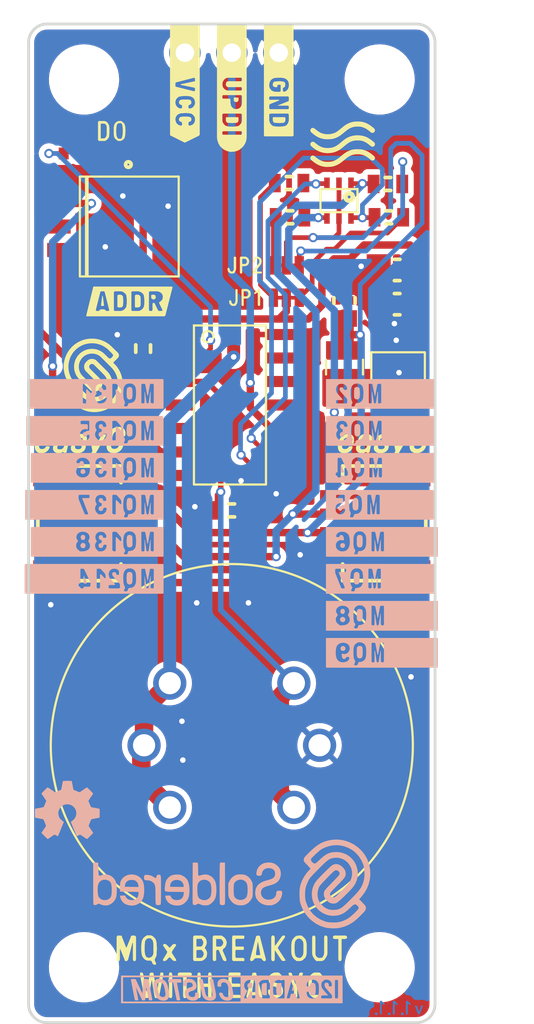
<source format=kicad_pcb>
(kicad_pcb (version 20210623) (generator pcbnew)
  (title_block (title "Benzene, Toluene, Acetone, Formaldehyde sensor MQ138 breakout with easyC") (date "2021-08-26") (rev "V1.1.1.") (company "SOLDERED") (comment 1 "333128"))
  (layers (0 "F.Cu" signal) (31 "B.Cu" signal) (34 "B.Paste" user) (35 "F.Paste" user) (36 "B.SilkS" user "B.Silkscreen") (37 "F.SilkS" user "F.Silkscreen") (38 "B.Mask" user) (39 "F.Mask" user) (44 "Edge.Cuts" user))
  (net 0 "")
  (net 1 "GND")
  (net 2 "5V")
  (net 3 "3V3")
  (net 4 "Net-(D1-Pad1)")
  (net 5 "SCL_PULL5")
  (net 6 "SDA_PULL5")
  (net 7 "SCL_PULL3,3")
  (net 8 "SDA_PULL3,3")
  (net 9 "SCL")
  (net 10 "SDA")
  (net 11 "UPDI")
  (net 12 "ADD1")
  (net 13 "ADD2")
  (net 14 "ADD3")
  (net 15 "Net-(L1-Pad1)")
  (net 16 "SCL5")
  (net 17 "SDA5")
  (net 18 "D0")
  (net 21 "A0")
  (footprint "e-radionica.com footprinti:0603R" (layer "F.Cu") (at 102 102.3 180)
    (fp_text reference "R1")
    (fp_text value "10k")
    (pad "1" smd rect locked (at -0.775 0 270) (size 1 0.64) (layers "F.Cu" "F.Paste" "F.Mask") (net 1 "GND"))
    (pad "2" smd rect locked (at 0.775 0 270) (size 1 0.64) (layers "F.Cu" "F.Paste" "F.Mask") (net 21 "A0"))
  )
  (footprint "e-radionica.com footprinti:DSHP03TS-S" (layer "F.Cu") (at 96.45 86.95)
    (fp_text reference "K4")
    (fp_text value "DSHP03TS-S")
    (pad "1" smd rect (at -3.81 -1.27 90) (size 0.76 1.27) (layers "F.Cu" "F.Paste" "F.Mask") (net 12 "ADD1"))
    (pad "2" smd rect (at 3.81 -1.27 90) (size 0.76 1.27) (layers "F.Cu" "F.Paste" "F.Mask") (net 1 "GND"))
    (pad "3" smd rect (at -3.81 0 90) (size 0.76 1.27) (layers "F.Cu" "F.Paste" "F.Mask") (net 13 "ADD2"))
    (pad "4" smd rect (at 3.81 0 90) (size 0.76 1.27) (layers "F.Cu" "F.Paste" "F.Mask") (net 1 "GND"))
    (pad "5" smd rect (at -3.81 1.27 90) (size 0.76 1.27) (layers "F.Cu" "F.Paste" "F.Mask") (net 14 "ADD3"))
    (pad "6" smd rect (at 3.81 1.27 90) (size 0.76 1.27) (layers "F.Cu" "F.Paste" "F.Mask") (net 1 "GND"))
  )
  (footprint "buzzardLabel" (layer "F.Cu") (at 99.46 75.6 -90)
    (fp_text reference "" (at 0 0 90) (layer "F.SilkS") (effects (font (size 1.27 1.27))))
    (fp_text value "" (at 0 0 90) (layer "F.SilkS") (effects (font (size 1.27 1.27))))
  )
  (footprint "Soldered Graphics:Logo-Back-SolderedFULL-15mm" (layer "F.Cu") (at 102 122.5)
    (fp_text reference "REF**" hide)
    (fp_text value "Logo-Front-SolderedFULL-15mm" hide)
  )
  (footprint "e-radionica.com footprinti:MQ" (layer "F.Cu") (at 102 115)
    (fp_text reference "U1")
    (fp_text value "MQ-X")
    (pad "1" thru_hole circle locked (at -3.358757 -3.358757) (size 1.8 1.8) (drill 1.2) (layers *.Cu *.Mask) (net 2 "5V"))
    (pad "2" thru_hole circle locked (at -4.75 0) (size 1.8 1.8) (drill 1.2) (layers *.Cu *.Mask) (net 2 "5V"))
    (pad "3" thru_hole circle locked (at -3.358757 3.358757) (size 1.8 1.8) (drill 1.2) (layers *.Cu *.Mask) (net 2 "5V"))
    (pad "4" thru_hole circle locked (at 3.358757 3.358757) (size 1.8 1.8) (drill 1.2) (layers *.Cu *.Mask) (net 21 "A0"))
    (pad "5" thru_hole circle locked (at 4.75 0) (size 1.8 1.8) (drill 1.2) (layers *.Cu *.Mask) (net 1 "GND"))
    (pad "6" thru_hole circle locked (at 3.358757 -3.358757) (size 1.8 1.8) (drill 1.2) (layers *.Cu *.Mask) (net 21 "A0"))
  )
  (footprint "e-radionica.com footprinti:0603C" (layer "F.Cu") (at 97.2 93.55 -90)
    (fp_text reference "C4")
    (fp_text value "100n")
    (pad "1" smd rect locked (at -0.73 0 270) (size 0.66 1) (layers "F.Cu" "F.Paste" "F.Mask") (net 2 "5V"))
    (pad "2" smd rect locked (at 0.73 0 270) (size 0.66 1) (layers "F.Cu" "F.Paste" "F.Mask") (net 1 "GND"))
  )
  (footprint "buzzardLabel" (layer "F.Cu") (at 102.7 89.05)
    (fp_text reference "" (at 0 0) (layer "F.SilkS") (effects (font (size 1.27 1.27))))
    (fp_text value "" (at 0 0) (layer "F.SilkS") (effects (font (size 1.27 1.27))))
  )
  (footprint "e-radionica.com footprinti:0603R" (layer "F.Cu") (at 110.45 84.65 180)
    (fp_text reference "R2")
    (fp_text value "10k")
    (pad "1" smd rect locked (at -0.775 0 270) (size 1 0.64) (layers "F.Cu" "F.Paste" "F.Mask") (net 8 "SDA_PULL3,3"))
    (pad "2" smd rect locked (at 0.775 0 270) (size 1 0.64) (layers "F.Cu" "F.Paste" "F.Mask") (net 10 "SDA"))
  )
  (footprint "e-radionica.com footprinti:FIDUCIAL_23" (layer "F.Cu") (at 102 120)
    (fp_text reference "FD1")
    (fp_text value "FIDUCIAL")
    (fp_circle (center 0 0) (end 1 0) (layer "F.Cu") (width 0.2) (fill none))
    (pad "1" smd circle (at 0 0) (size 1 1) (layers "F.Cu" "F.Paste" "F.Mask") (clearance 1.1))
  )
  (footprint "e-radionica.com footprinti:0603R" (layer "F.Cu") (at 110.5 86.45)
    (fp_text reference "R4")
    (fp_text value "10k")
    (pad "1" smd rect locked (at -0.775 0 90) (size 1 0.64) (layers "F.Cu" "F.Paste" "F.Mask") (net 17 "SDA5"))
    (pad "2" smd rect locked (at 0.775 0 90) (size 1 0.64) (layers "F.Cu" "F.Paste" "F.Mask") (net 6 "SDA_PULL5"))
  )
  (footprint "e-radionica.com footprinti:HEADER-UPDI" (layer "F.Cu") (at 102 77.55)
    (fp_text reference "K2")
    (fp_text value "HEADER-UPDI")
    (pad "1" thru_hole circle locked (at -2.54 0) (size 1.7 1.7) (drill 1) (layers *.Cu *.Mask) (net 2 "5V"))
    (pad "2" thru_hole circle locked (at 0 0) (size 1.7 1.7) (drill 1) (layers *.Cu *.Mask) (net 11 "UPDI"))
    (pad "3" thru_hole circle locked (at 2.54 0) (size 1.7 1.7) (drill 1) (layers *.Cu *.Mask) (net 1 "GND"))
  )
  (footprint "buzzardLabel" (layer "F.Cu") (at 102.7 90.8)
    (fp_text reference "" (at 0 0) (layer "F.SilkS") (effects (font (size 1.27 1.27))))
    (fp_text value "" (at 0 0) (layer "F.SilkS") (effects (font (size 1.27 1.27))))
  )
  (footprint "Soldered Graphics:Logo-Front-easyC-5mm" (layer "F.Cu") (at 93.8 98.65)
    (fp_text reference "G***" hide)
    (fp_text value "LOGO" hide)
  )
  (footprint "e-radionica.com footprinti:easyC-connector" (layer "F.Cu") (at 94.3 103 90)
    (fp_text reference "K3")
    (fp_text value "easyC-SMD")
    (pad "1" smd rect locked (at -1.5 2.15 90) (size 0.6 1.55) (layers "F.Cu" "F.Paste" "F.Mask") (net 9 "SCL"))
    (pad "2" smd rect locked (at -0.5 2.15 90) (size 0.6 1.55) (layers "F.Cu" "F.Paste" "F.Mask") (net 10 "SDA"))
    (pad "3" smd rect locked (at 0.5 2.15 90) (size 0.6 1.55) (layers "F.Cu" "F.Paste" "F.Mask") (net 3 "3V3"))
    (pad "4" smd rect locked (at 1.5 2.15 90) (size 0.6 1.55) (layers "F.Cu" "F.Paste" "F.Mask") (net 1 "GND"))
    (pad "5" smd rect locked (at 2.6 -2.15 90) (size 1.2 1.8) (layers "F.Cu" "F.Paste" "F.Mask") (net 1 "GND"))
    (pad "5" smd rect locked (at -2.6 -2.15 90) (size 1.2 1.8) (layers "F.Cu" "F.Paste" "F.Mask") (net 1 "GND"))
  )
  (footprint "buzzardLabel" (layer "F.Cu") (at 96.45 91)
    (fp_text reference "" (at 0 0) (layer "F.SilkS") (effects (font (size 1.27 1.27))))
    (fp_text value "" (at 0 0) (layer "F.SilkS") (effects (font (size 1.27 1.27))))
  )
  (footprint "e-radionica.com footprinti:SMD_JUMPER_3_PAD_TRACE" (layer "F.Cu") (at 104.95 89.05)
    (fp_text reference "JP2")
    (fp_text value "SMD_JUMPER_3_PAD_TRACE")
    (fp_poly (pts (xy 0.45 0.05) (xy 0.25 0.05) (xy 0.25 -0.05) (xy 0.45 -0.05)) (layer "F.Cu") (width 0.1) (fill solid))
    (fp_poly (pts (xy -0.25 0.05) (xy -0.45 0.05) (xy -0.45 -0.05) (xy -0.25 -0.05)) (layer "F.Cu") (width 0.1) (fill solid))
    (pad "1" smd rect (at -0.7 0 180) (size 0.5 1) (layers "F.Cu" "F.Mask") (net 7 "SCL_PULL3,3"))
    (pad "2" smd custom (at 0 0 180) (size 0.5 1) (layers "F.Cu" "F.Mask") (net 3 "3V3") (options (clearance outline) (anchor rect)) (primitives))
    (pad "3" smd rect (at 0.7 0 180) (size 0.5 1) (layers "F.Cu" "F.Mask") (net 8 "SDA_PULL3,3"))
  )
  (footprint "Soldered Graphics:Symbol-Front-Air-Quality" (layer "F.Cu") (at 108 82.5)
    (fp_text reference "G***" hide)
    (fp_text value "LOGO" hide)
  )
  (footprint "e-radionica.com footprinti:0805C" (layer "F.Cu") (at 110.95 89.3)
    (fp_text reference "C1")
    (fp_text value "CL10A226MPCNUBE")
    (pad "1" smd rect locked (at -0.975 0 90) (size 1.35 0.9) (layers "F.Cu" "F.Paste" "F.Mask") (net 1 "GND"))
    (pad "2" smd rect locked (at 0.975 0 90) (size 1.35 0.9) (layers "F.Cu" "F.Paste" "F.Mask") (net 2 "5V"))
  )
  (footprint "Soldered Graphics:Logo-Back-OSH-3.5mm" (layer "F.Cu") (at 93.1 118.5)
    (fp_text reference "G***" hide)
    (fp_text value "LOGO" hide)
  )
  (footprint "e-radionica.com footprinti:SOIC-14" (layer "F.Cu") (at 101.9 96.6)
    (fp_text reference "U4")
    (fp_text value "ATTINY404-SSNR")
    (pad "1" smd rect (at -2.7 -3.81) (size 1.55 0.6) (layers "F.Cu" "F.Paste" "F.Mask") (net 2 "5V"))
    (pad "2" smd rect (at -2.7 -2.54) (size 1.55 0.6) (layers "F.Cu" "F.Paste" "F.Mask") (net 18 "D0"))
    (pad "3" smd rect (at -2.7 -1.27) (size 1.55 0.6) (layers "F.Cu" "F.Paste" "F.Mask") (net 21 "A0"))
    (pad "4" smd rect (at -2.7 0) (size 1.55 0.6) (layers "F.Cu" "F.Paste" "F.Mask"))
    (pad "5" smd rect (at -2.7 1.27) (size 1.55 0.6) (layers "F.Cu" "F.Paste" "F.Mask") (net 14 "ADD3"))
    (pad "6" smd rect (at -2.7 2.54) (size 1.55 0.6) (layers "F.Cu" "F.Paste" "F.Mask") (net 13 "ADD2"))
    (pad "7" smd rect (at -2.7 3.81) (size 1.55 0.6) (layers "F.Cu" "F.Paste" "F.Mask") (net 12 "ADD1"))
    (pad "8" smd rect (at 2.7 3.81) (size 1.55 0.6) (layers "F.Cu" "F.Paste" "F.Mask") (net 17 "SDA5"))
    (pad "9" smd rect (at 2.7 2.54) (size 1.55 0.6) (layers "F.Cu" "F.Paste" "F.Mask") (net 16 "SCL5"))
    (pad "10" smd rect (at 2.7 1.27) (size 1.55 0.6) (layers "F.Cu" "F.Paste" "F.Mask") (net 11 "UPDI"))
    (pad "11" smd rect (at 2.7 0) (size 1.55 0.6) (layers "F.Cu" "F.Paste" "F.Mask"))
    (pad "12" smd rect (at 2.7 -1.27) (size 1.55 0.6) (layers "F.Cu" "F.Paste" "F.Mask"))
    (pad "13" smd rect (at 2.7 -2.54) (size 1.55 0.6) (layers "F.Cu" "F.Paste" "F.Mask"))
    (pad "14" smd rect (at 2.7 -3.81) (size 1.55 0.6) (layers "F.Cu" "F.Paste" "F.Mask") (net 1 "GND"))
  )
  (footprint "e-radionica.com footprinti:0805C" (layer "F.Cu") (at 108.1 90.95 -90)
    (fp_text reference "C3")
    (fp_text value "C1608X7S1A475K080AC")
    (pad "1" smd rect locked (at -0.975 0) (size 1.35 0.9) (layers "F.Cu" "F.Paste" "F.Mask") (net 1 "GND"))
    (pad "2" smd rect locked (at 0.975 0) (size 1.35 0.9) (layers "F.Cu" "F.Paste" "F.Mask") (net 3 "3V3"))
  )
  (footprint "e-radionica.com footprinti:HOLE_3.2mm" (layer "F.Cu") (at 94 127)
    (fp_text reference "H2" hide)
    (fp_text value "HOLE_3.2mm" hide)
    (pad "" np_thru_hole circle locked (at 0 0) (size 3.2 3.2) (drill 3.2) (layers F&B.Cu *.Mask))
  )
  (footprint "e-radionica.com footprinti:tps613222a" (layer "F.Cu") (at 111 94.55 90)
    (fp_text reference "U3")
    (fp_text value "TPS613222A")
    (pad "1" smd rect (at -1.3 -0.95 90) (size 1.1 0.6) (layers "F.Cu" "F.Paste" "F.Mask") (net 15 "Net-(L1-Pad1)"))
    (pad "2" smd rect (at -1.3 0 90) (size 1.1 0.6) (layers "F.Cu" "F.Paste" "F.Mask") (net 1 "GND"))
    (pad "3" smd rect (at -1.3 0.95 90) (size 1.1 0.6) (layers "F.Cu" "F.Paste" "F.Mask"))
    (pad "4" smd rect (at 1.3 0.95 90) (size 1.1 0.6) (layers "F.Cu" "F.Paste" "F.Mask") (net 2 "5V"))
    (pad "5" smd rect (at 1.3 -0.95 90) (size 1.1 0.6) (layers "F.Cu" "F.Paste" "F.Mask"))
  )
  (footprint "e-radionica.com footprinti:0402LED" (layer "F.Cu") (at 95.5 83)
    (fp_text reference "D1")
    (fp_text value "purple")
    (pad "1" smd rect locked (at -0.55 0 90) (size 0.75 0.45) (layers "F.Cu" "F.Paste" "F.Mask") (net 4 "Net-(D1-Pad1)"))
    (pad "2" smd rect locked (at 0.55 0 90) (size 0.75 0.45) (layers "F.Cu" "F.Paste" "F.Mask") (net 1 "GND"))
  )
  (footprint "e-radionica.com footprinti:0603R" (layer "F.Cu") (at 105.15 86.45 180)
    (fp_text reference "R5")
    (fp_text value "10k")
    (pad "1" smd rect locked (at -0.775 0 270) (size 1 0.64) (layers "F.Cu" "F.Paste" "F.Mask") (net 9 "SCL"))
    (pad "2" smd rect locked (at 0.775 0 270) (size 1 0.64) (layers "F.Cu" "F.Paste" "F.Mask") (net 7 "SCL_PULL3,3"))
  )
  (footprint "e-radionica.com footprinti:0805C" (layer "F.Cu") (at 110.95 91.15)
    (fp_text reference "C2")
    (fp_text value "CL10A226MPCNUBE")
    (pad "1" smd rect locked (at -0.975 0 90) (size 1.35 0.9) (layers "F.Cu" "F.Paste" "F.Mask") (net 1 "GND"))
    (pad "2" smd rect locked (at 0.975 0 90) (size 1.35 0.9) (layers "F.Cu" "F.Paste" "F.Mask") (net 2 "5V"))
  )
  (footprint "e-radionica.com footprinti:HOLE_3.2mm" (layer "F.Cu") (at 94 79)
    (fp_text reference "H3" hide)
    (fp_text value "HOLE_3.2mm" hide)
    (pad "" np_thru_hole circle locked (at 0 0) (size 3.2 3.2) (drill 3.2) (layers F&B.Cu *.Mask))
  )
  (footprint "Soldered Graphics:Logo-Front-easyC-5mm" (layer "F.Cu") (at 110.2 98.65)
    (fp_text reference "G***" hide)
    (fp_text value "LOGO" hide)
  )
  (footprint "e-radionica.com footprinti:SOT-363" (layer "F.Cu") (at 107.8 85.55 -90)
    (fp_text reference "U2")
    (fp_text value "NMOS-DUAL")
    (pad "1" smd rect (at -0.92 -0.65) (size 0.3 0.66) (layers "F.Cu" "F.Paste" "F.Mask") (net 10 "SDA"))
    (pad "2" smd rect (at -0.92 0) (size 0.3 0.66) (layers "F.Cu" "F.Paste" "F.Mask") (net 3 "3V3"))
    (pad "3" smd rect (at -0.92 0.65) (size 0.3 0.66) (layers "F.Cu" "F.Paste" "F.Mask") (net 16 "SCL5"))
    (pad "4" smd rect (at 0.92 0.65) (size 0.3 0.66) (layers "F.Cu" "F.Paste" "F.Mask") (net 9 "SCL"))
    (pad "5" smd rect (at 0.92 0) (size 0.3 0.66) (layers "F.Cu" "F.Paste" "F.Mask") (net 3 "3V3"))
    (pad "6" smd rect (at 0.92 -0.65) (size 0.3 0.66) (layers "F.Cu" "F.Paste" "F.Mask") (net 17 "SDA5"))
  )
  (footprint "e-radionica.com footprinti:HOLE_3.2mm" (layer "F.Cu") (at 110 127)
    (fp_text reference "H1" hide)
    (fp_text value "HOLE_3.2mm" hide)
    (pad "" np_thru_hole circle locked (at 0 0) (size 3.2 3.2) (drill 3.2) (layers F&B.Cu *.Mask))
  )
  (footprint "e-radionica.com footprinti:easyC-connector" (layer "F.Cu") (at 109.7 103 -90)
    (fp_text reference "K1")
    (fp_text value "easyC-SMD")
    (pad "1" smd rect locked (at -1.5 2.15 270) (size 0.6 1.55) (layers "F.Cu" "F.Paste" "F.Mask") (net 9 "SCL"))
    (pad "2" smd rect locked (at -0.5 2.15 270) (size 0.6 1.55) (layers "F.Cu" "F.Paste" "F.Mask") (net 10 "SDA"))
    (pad "3" smd rect locked (at 0.5 2.15 270) (size 0.6 1.55) (layers "F.Cu" "F.Paste" "F.Mask") (net 3 "3V3"))
    (pad "4" smd rect locked (at 1.5 2.15 270) (size 0.6 1.55) (layers "F.Cu" "F.Paste" "F.Mask") (net 1 "GND"))
    (pad "5" smd rect locked (at -2.6 -2.15 270) (size 1.2 1.8) (layers "F.Cu" "F.Paste" "F.Mask") (net 1 "GND"))
    (pad "5" smd rect locked (at 2.6 -2.15 270) (size 1.2 1.8) (layers "F.Cu" "F.Paste" "F.Mask") (net 1 "GND"))
  )
  (footprint "buzzardLabel" (layer "F.Cu") (at 102 75.6 -90)
    (fp_text reference "" (at 0 0 90) (layer "F.SilkS") (effects (font (size 1.27 1.27))))
    (fp_text value "" (at 0 0 90) (layer "F.SilkS") (effects (font (size 1.27 1.27))))
  )
  (footprint "Soldered Graphics:Logo-Front-Soldered-4mm" (layer "F.Cu") (at 94.5 95)
    (fp_text reference "G***" hide)
    (fp_text value "LOGO" hide)
  )
  (footprint "e-radionica.com footprinti:0806L" (layer "F.Cu") (at 108.1 94.55 90)
    (fp_text reference "L1")
    (fp_text value "DFE201612E-2R2M=P2")
    (pad "1" smd rect (at -0.9 0 90) (size 1 2) (layers "F.Cu" "F.Paste" "F.Mask") (net 15 "Net-(L1-Pad1)"))
    (pad "2" smd rect (at 0.9 0 90) (size 1 2) (layers "F.Cu" "F.Paste" "F.Mask") (net 3 "3V3"))
  )
  (footprint "buzzardLabel" (layer "F.Cu") (at 95.5 81.8)
    (fp_text reference "" (at 0 0) (layer "F.SilkS") (effects (font (size 1.27 1.27))))
    (fp_text value "" (at 0 0) (layer "F.SilkS") (effects (font (size 1.27 1.27))))
  )
  (footprint "e-radionica.com footprinti:HOLE_3.2mm" (layer "F.Cu") (at 110 79)
    (fp_text reference "H4" hide)
    (fp_text value "HOLE_3.2mm" hide)
    (pad "" np_thru_hole circle locked (at 0 0) (size 3.2 3.2) (drill 3.2) (layers F&B.Cu *.Mask))
  )
  (footprint "e-radionica.com footprinti:0603R" (layer "F.Cu") (at 105.1 84.6)
    (fp_text reference "R3")
    (fp_text value "10k")
    (pad "1" smd rect locked (at -0.775 0 90) (size 1 0.64) (layers "F.Cu" "F.Paste" "F.Mask") (net 5 "SCL_PULL5"))
    (pad "2" smd rect locked (at 0.775 0 90) (size 1 0.64) (layers "F.Cu" "F.Paste" "F.Mask") (net 16 "SCL5"))
  )
  (footprint "e-radionica.com footprinti:0402R" (layer "F.Cu") (at 93.4 83)
    (fp_text reference "R6")
    (fp_text value "2k2")
    (pad "1" smd rect locked (at -0.5 0 90) (size 0.64 0.54) (layers "F.Cu" "F.Paste" "F.Mask") (net 18 "D0"))
    (pad "2" smd rect locked (at 0.5 0 90) (size 0.64 0.54) (layers "F.Cu" "F.Paste" "F.Mask") (net 4 "Net-(D1-Pad1)"))
  )
  (footprint "e-radionica.com footprinti:SMD_JUMPER_3_PAD_TRACE" (layer "F.Cu") (at 104.95 90.8)
    (fp_text reference "JP1")
    (fp_text value "SMD_JUMPER_3_PAD_TRACE")
    (fp_poly (pts (xy 0.45 0.05) (xy 0.25 0.05) (xy 0.25 -0.05) (xy 0.45 -0.05)) (layer "F.Cu") (width 0.1) (fill solid))
    (fp_poly (pts (xy -0.25 0.05) (xy -0.45 0.05) (xy -0.45 -0.05) (xy -0.25 -0.05)) (layer "F.Cu") (width 0.1) (fill solid))
    (pad "1" smd rect (at -0.7 0 180) (size 0.5 1) (layers "F.Cu" "F.Mask") (net 5 "SCL_PULL5"))
    (pad "2" smd custom (at 0 0 180) (size 0.5 1) (layers "F.Cu" "F.Mask") (net 2 "5V") (options (clearance outline) (anchor rect)) (primitives))
    (pad "3" smd rect (at 0.7 0 180) (size 0.5 1) (layers "F.Cu" "F.Mask") (net 6 "SDA_PULL5"))
  )
  (footprint "buzzardLabel" (layer "F.Cu") (at 102 128)
    (fp_text reference "" (at 0 0) (layer "F.SilkS") (effects (font (size 1.27 1.27))))
    (fp_text value "" (at 0 0) (layer "F.SilkS") (effects (font (size 1.27 1.27))))
  )
  (footprint "buzzardLabel" (layer "F.Cu") (at 104.54 75.6 -90)
    (fp_text reference "" (at 0 0 90) (layer "F.SilkS") (effects (font (size 1.27 1.27))))
    (fp_text value "" (at 0 0 90) (layer "F.SilkS") (effects (font (size 1.27 1.27))))
  )
  (footprint "buzzardLabel" (layer "F.Cu") (at 102 126)
    (fp_text reference "" (at 0 0) (layer "F.SilkS") (effects (font (size 1.27 1.27))))
    (fp_text value "" (at 0 0) (layer "F.SilkS") (effects (font (size 1.27 1.27))))
  )
  (footprint "buzzardLabel" (layer "B.Cu") (at 98.7 96 180)
    (fp_text reference "" (at 0 0) (layer "B.SilkS") (effects (font (size 1.27 1.27)) (justify mirror)))
    (fp_text value "" (at 0 0) (layer "B.SilkS") (effects (font (size 1.27 1.27)) (justify mirror)))
  )
  (footprint "buzzardLabel" (layer "B.Cu") (at 98.7 100 180)
    (fp_text reference "" (at 0 0) (layer "B.SilkS") (effects (font (size 1.27 1.27)) (justify mirror)))
    (fp_text value "" (at 0 0) (layer "B.SilkS") (effects (font (size 1.27 1.27)) (justify mirror)))
  )
  (footprint "buzzardLabel" (layer "B.Cu") (at 106.7 98 180)
    (fp_text reference "" (at 0 0) (layer "B.SilkS") (effects (font (size 1.27 1.27)) (justify mirror)))
    (fp_text value "" (at 0 0) (layer "B.SilkS") (effects (font (size 1.27 1.27)) (justify mirror)))
  )
  (footprint "buzzardLabel" (layer "B.Cu") (at 106.7 110 180)
    (fp_text reference "" (at 0 0) (layer "B.SilkS") (effects (font (size 1.27 1.27)) (justify mirror)))
    (fp_text value "" (at 0 0) (layer "B.SilkS") (effects (font (size 1.27 1.27)) (justify mirror)))
  )
  (footprint "buzzardLabel" (layer "B.Cu") (at 106.7 108 180)
    (fp_text reference "" (at 0 0) (layer "B.SilkS") (effects (font (size 1.27 1.27)) (justify mirror)))
    (fp_text value "" (at 0 0) (layer "B.SilkS") (effects (font (size 1.27 1.27)) (justify mirror)))
  )
  (footprint "Soldered Graphics:Version1.1.1." (layer "B.Cu") (at 111 129.2 180)
    (fp_text reference "REF**" hide)
    (fp_text value "Version1.1.1." hide)
    (fp_poly (pts (xy -0.27 -0.38) (xy -0.22 -0.38) (xy -0.17 -0.37) (xy -0.16 -0.33) (xy -0.16 -0.27) (xy -0.21 -0.26) (xy -0.26 -0.26) (xy -0.29 -0.29) (xy -0.29 -0.34) (xy -0.27 -0.38)) (layer "B.Cu") (width 0.01) (fill solid))
    (fp_poly (pts (xy 0.43 -0.38) (xy 0.48 -0.38) (xy 0.54 -0.37) (xy 0.54 -0.33) (xy 0.54 -0.27) (xy 0.5 -0.26) (xy 0.45 -0.26) (xy 0.42 -0.29) (xy 0.42 -0.34) (xy 0.43 -0.38)) (layer "B.Cu") (width 0.01) (fill solid))
    (fp_poly (pts (xy 0.21 -0.35) (xy 0.26 -0.35) (xy 0.28 -0.31) (xy 0.28 0.35) (xy 0.24 0.38) (xy 0.19 0.38) (xy 0.15 0.34) (xy 0.04 0.22) (xy 0.02 0.17) (xy 0.05 0.16) (xy 0.14 0.22) (xy 0.18 0.23) (xy 0.18 -0.31) (xy 0.21 -0.35)) (layer "B.Cu") (width 0.01) (fill solid))
    (fp_poly (pts (xy 1.14 -0.38) (xy 1.19 -0.38) (xy 1.24 -0.37) (xy 1.25 -0.33) (xy 1.25 -0.27) (xy 1.2 -0.26) (xy 1.15 -0.26) (xy 1.12 -0.29) (xy 1.12 -0.34) (xy 1.14 -0.38)) (layer "B.Cu") (width 0.01) (fill solid))
    (fp_poly (pts (xy -0.5 -0.35) (xy -0.44 -0.35) (xy -0.43 -0.31) (xy -0.43 0.35) (xy -0.46 0.38) (xy -0.52 0.38) (xy -0.55 0.34) (xy -0.67 0.22) (xy -0.68 0.17) (xy -0.65 0.16) (xy -0.56 0.22) (xy -0.52 0.23) (xy -0.52 -0.31) (xy -0.5 -0.35)) (layer "B.Cu") (width 0.01) (fill solid))
    (fp_poly (pts (xy -1.15 -0.35) (xy -1.1 -0.35) (xy -1.07 -0.31) (xy -0.92 0.1) (xy -0.94 0.13) (xy -0.99 0.13) (xy -1.02 0.1) (xy -1.11 -0.16) (xy -1.13 -0.21) (xy -1.15 -0.17) (xy -1.24 0.09) (xy -1.26 0.13) (xy -1.32 0.13) (xy -1.34 0.1) (xy -1.18 -0.31) (xy -1.15 -0.35)) (layer "B.Cu") (width 0.01) (fill solid))
    (fp_poly (pts (xy 0.91 -0.35) (xy 0.96 -0.35) (xy 0.98 -0.31) (xy 0.98 0.35) (xy 0.95 0.38) (xy 0.89 0.38) (xy 0.86 0.34) (xy 0.74 0.22) (xy 0.73 0.17) (xy 0.76 0.16) (xy 0.85 0.22) (xy 0.89 0.23) (xy 0.89 -0.31) (xy 0.91 -0.35)) (layer "B.Cu") (width 0.01) (fill solid))
  )
  (footprint "Soldered Graphics:Symbol-Front_I2C_ADDR_CUSTOM" (layer "B.Cu") (at 102 128.2 180)
    (fp_text reference "REF**" hide)
    (fp_text value "Symbol-Front_I2C_ADDR_CUSTOM" hide)
  )
  (footprint "buzzardLabel" (layer "B.Cu") (at 98.7 104 180)
    (fp_text reference "" (at 0 0) (layer "B.SilkS") (effects (font (size 1.27 1.27)) (justify mirror)))
    (fp_text value "" (at 0 0) (layer "B.SilkS") (effects (font (size 1.27 1.27)) (justify mirror)))
  )
  (footprint "buzzardLabel" (layer "B.Cu") (at 106.7 104 180)
    (fp_text reference "" (at 0 0) (layer "B.SilkS") (effects (font (size 1.27 1.27)) (justify mirror)))
    (fp_text value "" (at 0 0) (layer "B.SilkS") (effects (font (size 1.27 1.27)) (justify mirror)))
  )
  (footprint "buzzardLabel" (layer "B.Cu") (at 106.7 96 180)
    (fp_text reference "" (at 0 0) (layer "B.SilkS") (effects (font (size 1.27 1.27)) (justify mirror)))
    (fp_text value "" (at 0 0) (layer "B.SilkS") (effects (font (size 1.27 1.27)) (justify mirror)))
  )
  (footprint "buzzardLabel" (layer "B.Cu") (at 106.7 106 180)
    (fp_text reference "" (at 0 0) (layer "B.SilkS") (effects (font (size 1.27 1.27)) (justify mirror)))
    (fp_text value "" (at 0 0) (layer "B.SilkS") (effects (font (size 1.27 1.27)) (justify mirror)))
  )
  (footprint "buzzardLabel" (layer "B.Cu") (at 106.7 100 180)
    (fp_text reference "" (at 0 0) (layer "B.SilkS") (effects (font (size 1.27 1.27)) (justify mirror)))
    (fp_text value "" (at 0 0) (layer "B.SilkS") (effects (font (size 1.27 1.27)) (justify mirror)))
  )
  (footprint "buzzardLabel" (layer "B.Cu") (at 106.7 102 180)
    (fp_text reference "" (at 0 0) (layer "B.SilkS") (effects (font (size 1.27 1.27)) (justify mirror)))
    (fp_text value "" (at 0 0) (layer "B.SilkS") (effects (font (size 1.27 1.27)) (justify mirror)))
  )
  (footprint "buzzardLabel" (layer "B.Cu") (at 98.7 98 180)
    (fp_text reference "" (at 0 0) (layer "B.SilkS") (effects (font (size 1.27 1.27)) (justify mirror)))
    (fp_text value "" (at 0 0) (layer "B.SilkS") (effects (font (size 1.27 1.27)) (justify mirror)))
  )
  (footprint "buzzardLabel" (layer "B.Cu") (at 98.7 106 180)
    (fp_text reference "" (at 0 0) (layer "B.SilkS") (effects (font (size 1.27 1.27)) (justify mirror)))
    (fp_text value "" (at 0 0) (layer "B.SilkS") (effects (font (size 1.27 1.27)) (justify mirror)))
  )
  (footprint "buzzardLabel" (layer "B.Cu") (at 98.7 102 180)
    (fp_text reference "" (at 0 0) (layer "B.SilkS") (effects (font (size 1.27 1.27)) (justify mirror)))
    (fp_text value "" (at 0 0) (layer "B.SilkS") (effects (font (size 1.27 1.27)) (justify mirror)))
  )
  (gr_arc (start 92 129.000003) (end 91 129) (angle -90) (layer "Edge.Cuts") (width 0.15))
  (gr_line (start 92 130) (end 112 130) (layer "Edge.Cuts") (width 0.15))
  (gr_line (start 91 77) (end 91 129) (layer "Edge.Cuts") (width 0.15))
  (gr_arc (start 112.000002 76.999997) (end 113 77) (angle -90) (layer "Edge.Cuts") (width 0.15))
  (gr_arc (start 91.999997 77.000001) (end 92 76) (angle -90) (layer "Edge.Cuts") (width 0.15))
  (gr_arc (start 112.000003 128.999999) (end 112 129.999997) (angle -90) (layer "Edge.Cuts") (width 0.15))
  (gr_line (start 112 76) (end 92 76) (layer "Edge.Cuts") (width 0.15))
  (gr_line (start 113 129) (end 113 77) (layer "Edge.Cuts") (width 0.15))
  (via (at 98.55 85.85) (size 0.5) (drill 0.3) (layers "F.Cu" "B.Cu") (net 1))
  (via (at 96.1 85.3) (size 0.5) (drill 0.3) (layers "F.Cu" "B.Cu") (net 1))
  (via (at 111.7 111.3) (size 0.5) (drill 0.3) (layers "F.Cu" "B.Cu") (net 1))
  (via (at 99.35 115.8) (size 0.5) (drill 0.3) (layers "F.Cu" "B.Cu") (net 1))
  (via (at 99.3 113.7) (size 0.5) (drill 0.3) (layers "F.Cu" "B.Cu") (net 1))
  (via (at 102.5 100.7) (size 0.5) (drill 0.3) (layers "F.Cu" "B.Cu") (net 1))
  (via (at 95.15 88.05) (size 0.5) (drill 0.3) (layers "F.Cu" "B.Cu") (net 1))
  (via (at 104.4 101.4) (size 0.5) (drill 0.3) (layers "F.Cu" "B.Cu") (net 1))
  (via (at 95.8 92.8) (size 0.5) (drill 0.3) (layers "F.Cu" "B.Cu") (net 1))
  (via (at 102.9 107.3) (size 0.5) (drill 0.3) (layers "F.Cu" "B.Cu") (net 1))
  (via (at 92.2 107.4) (size 0.5) (drill 0.3) (layers "F.Cu" "B.Cu") (net 1))
  (via (at 100.1 107.3) (size 0.5) (drill 0.3) (layers "F.Cu" "B.Cu") (net 1))
  (via (at 109 89.1) (size 0.5) (drill 0.3) (layers "F.Cu" "B.Cu") (net 1))
  (via (at 100 102.1) (size 0.5) (drill 0.3) (layers "F.Cu" "B.Cu") (net 1))
  (via (at 105.7 104.7) (size 0.5) (drill 0.3) (layers "F.Cu" "B.Cu") (net 1))
  (via (at 111.05 94.85) (size 0.5) (drill 0.3) (layers "F.Cu" "B.Cu") (net 1))
  (via (at 110.8 92.2) (size 0.5) (drill 0.3) (layers "F.Cu" "B.Cu") (net 1))
  (via (at 110.9 93.1) (size 0.5) (drill 0.3) (layers "F.Cu" "B.Cu") (net 1))
  (segment (start 102 91.95) (end 104.55 91.95) (width 0.4) (layer "F.Cu") (net 2))
  (segment (start 97.1 115.15) (end 97.25 115) (width 1) (layer "F.Cu") (net 2))
  (segment (start 97.1 116.817514) (end 97.1 115.15) (width 1) (layer "F.Cu") (net 2))
  (segment (start 97.23 92.79) (end 97.2 92.82) (width 0.4) (layer "F.Cu") (net 2))
  (segment (start 104.55 91.95) (end 104.95 91.55) (width 0.4) (layer "F.Cu") (net 2))
  (segment (start 99.2 92.79) (end 99.2 92.4) (width 0.4) (layer "F.Cu") (net 2))
  (segment (start 111.925 89.3) (end 111.925 93.225) (width 1) (layer "F.Cu") (net 2))
  (segment (start 111.925 88.225) (end 111.925 89.3) (width 0.4) (layer "F.Cu") (net 2))
  (segment (start 106.15 91.95) (end 106.87652 91.22348) (width 0.4) (layer "F.Cu") (net 2))
  (segment (start 102.1 94) (end 102.1 92.05) (width 0.7) (layer "F.Cu") (net 2))
  (segment (start 106.87652 91.22348) (end 106.87652 89.35) (width 0.4) (layer "F.Cu") (net 2))
  (segment (start 108.4 88.7) (end 109.15 87.95) (width 0.4) (layer "F.Cu") (net 2))
  (segment (start 109.15 87.95) (end 111.65 87.95) (width 0.4) (layer "F.Cu") (net 2))
  (segment (start 97.2 92.82) (end 97.2 85.55) (width 0.4) (layer "F.Cu") (net 2))
  (segment (start 104.55 91.95) (end 106.15 91.95) (width 0.4) (layer "F.Cu") (net 2))
  (segment (start 99.65 91.95) (end 102 91.95) (width 0.4) (layer "F.Cu") (net 2))
  (segment (start 99.46 77.55) (end 99.46 83.29) (width 0.4) (layer "F.Cu") (net 2))
  (segment (start 111.925 93.225) (end 111.95 93.25) (width 1) (layer "F.Cu") (net 2))
  (segment (start 106.87652 89.35) (end 107.52652 88.7) (width 0.4) (layer "F.Cu") (net 2))
  (segment (start 99.2 92.4) (end 99.65 91.95) (width 0.4) (layer "F.Cu") (net 2))
  (segment (start 107.52652 88.7) (end 108.4 88.7) (width 0.4) (layer "F.Cu") (net 2))
  (segment (start 97.25 113.032486) (end 98.641243 111.641243) (width 1) (layer "F.Cu") (net 2))
  (segment (start 98.641243 118.358757) (end 97.1 116.817514) (width 1) (layer "F.Cu") (net 2))
  (segment (start 104.95 91.55) (end 104.95 90.8) (width 0.4) (layer "F.Cu") (net 2))
  (segment (start 111.65 87.95) (end 111.925 88.225) (width 0.4) (layer "F.Cu") (net 2))
  (segment (start 99.2 92.79) (end 97.23 92.79) (width 0.4) (layer "F.Cu") (net 2))
  (segment (start 97.2 85.55) (end 99.46 83.29) (width 0.4) (layer "F.Cu") (net 2))
  (segment (start 97.25 115) (end 97.25 113.032486) (width 1) (layer "F.Cu") (net 2))
  (via (at 102.1 94) (size 0.5) (drill 0.3) (layers "F.Cu" "B.Cu") (net 2))
  (segment (start 98.641243 97.458757) (end 102.1 94) (width 0.7) (layer "B.Cu") (net 2))
  (segment (start 98.641243 111.641243) (end 98.641243 97.458757) (width 0.7) (layer "B.Cu") (net 2))
  (segment (start 107.55 87.55) (end 107.8 87.3) (width 0.254) (layer "F.Cu") (net 3))
  (segment (start 105.2 87.55) (end 106.4 87.55) (width 0.254) (layer "F.Cu") (net 3))
  (segment (start 108.1 92.9) (end 108.1 91.925) (width 1) (layer "F.Cu") (net 3))
  (segment (start 108.1 93.65) (end 108.1 92.9) (width 1) (layer "F.Cu") (net 3))
  (segment (start 104.95 87.8) (end 105.2 87.55) (width 0.254) (layer "F.Cu") (net 3))
  (segment (start 104.95 89.05) (end 104.95 87.8) (width 0.254) (layer "F.Cu") (net 3))
  (segment (start 108.2 92.8) (end 108.1 92.9) (width 0.4) (layer "F.Cu") (net 3))
  (segment (start 107.8 84.63) (end 107.8 86.47) (width 0.254) (layer "F.Cu") (net 3))
  (segment (start 96.45 102.5) (end 98.8 102.5) (width 0.4) (layer "F.Cu") (net 3))
  (segment (start 106.4 87.55) (end 107.55 87.55) (width 0.254) (layer "F.Cu") (net 3))
  (segment (start 98.8 102.5) (end 99.8 103.5) (width 0.4) (layer "F.Cu") (net 3))
  (segment (start 107.8 87.3) (end 107.8 86.47) (width 0.254) (layer "F.Cu") (net 3))
  (segment (start 108.95 92.8) (end 108.2 92.8) (width 0.4) (layer "F.Cu") (net 3))
  (segment (start 99.8 103.5) (end 107.55 103.5) (width 0.4) (layer "F.Cu") (net 3))
  (via (at 106.1 103.5) (size 0.5) (drill 0.3) (layers "F.Cu" "B.Cu") (net 3))
  (via (at 106.4 87.55) (size 0.5) (drill 0.3) (layers "F.Cu" "B.Cu") (net 3))
  (via (at 108.95 92.8) (size 0.5) (drill 0.3) (layers "F.Cu" "B.Cu") (net 3))
  (segment (start 112.3 86.75) (end 112.3 83.1) (width 0.254) (layer "B.Cu") (net 3))
  (segment (start 110.60352 86.04648) (end 109.1 87.55) (width 0.254) (layer "B.Cu") (net 3))
  (segment (start 109 92.85) (end 108.95 92.8) (width 0.4) (layer "B.Cu") (net 3))
  (segment (start 111.65 82.45) (end 110.9 82.45) (width 0.254) (layer "B.Cu") (net 3))
  (segment (start 108.95 90.1) (end 112.3 86.75) (width 0.254) (layer "B.Cu") (net 3))
  (segment (start 110.9 82.45) (end 110.6 82.75) (width 0.254) (layer "B.Cu") (net 3))
  (segment (start 110.60352 82.75352) (end 110.60352 86.04648) (width 0.254) (layer "B.Cu") (net 3))
  (segment (start 109 100.6) (end 109 92.85) (width 0.4) (layer "B.Cu") (net 3))
  (segment (start 110.6 82.75) (end 110.60352 82.75352) (width 0.254) (layer "B.Cu") (net 3))
  (segment (start 109.1 87.55) (end 106.4 87.55) (width 0.254) (layer "B.Cu") (net 3))
  (segment (start 108.95 92.8) (end 108.95 90.1) (width 0.254) (layer "B.Cu") (net 3))
  (segment (start 112.3 83.1) (end 111.65 82.45) (width 0.254) (layer "B.Cu") (net 3))
  (segment (start 106.1 103.5) (end 109 100.6) (width 0.4) (layer "B.Cu") (net 3))
  (segment (start 93.9 83) (end 94.95 83) (width 0.25) (layer "F.Cu") (net 4))
  (segment (start 103.55 90.1) (end 104.25 90.8) (width 0.254) (layer "F.Cu") (net 5))
  (segment (start 103.55 85.375) (end 103.55 90.1) (width 0.254) (layer "F.Cu") (net 5))
  (segment (start 104.325 84.6) (end 103.55 85.375) (width 0.254) (layer "F.Cu") (net 5))
  (segment (start 108.441374 87.3) (end 110.425 87.3) (width 0.254) (layer "F.Cu") (net 6))
  (segment (start 106.35 88.95) (end 107.12652 88.17348) (width 0.254) (layer "F.Cu") (net 6))
  (segment (start 106.35 90.1) (end 106.35 88.95) (width 0.254) (layer "F.Cu") (net 6))
  (segment (start 107.12652 88.17348) (end 107.567894 88.17348) (width 0.254) (layer "F.Cu") (net 6))
  (segment (start 105.65 90.8) (end 106.35 90.1) (width 0.254) (layer "F.Cu") (net 6))
  (segment (start 110.425 87.3) (end 111.275 86.45) (width 0.254) (layer "F.Cu") (net 6))
  (segment (start 107.567894 88.17348) (end 108.441374 87.3) (width 0.254) (layer "F.Cu") (net 6))
  (segment (start 104.375 86.45) (end 104.25 86.575) (width 0.254) (layer "F.Cu") (net 7))
  (segment (start 104.25 86.575) (end 104.25 89.05) (width 0.254) (layer "F.Cu") (net 7))
  (segment (start 105.65 88.25) (end 105.706979 88.25) (width 0.254) (layer "F.Cu") (net 8))
  (segment (start 111.25 83.45) (end 111.25 84.625) (width 0.254) (layer "F.Cu") (net 8))
  (segment (start 105.65 89.05) (end 105.65 88.25) (width 0.254) (layer "F.Cu") (net 8))
  (segment (start 105.706979 88.25) (end 105.733479 88.2765) (width 0.254) (layer "F.Cu") (net 8))
  (segment (start 111.25 84.625) (end 111.225 84.65) (width 0.254) (layer "F.Cu") (net 8))
  (via (at 111.25 83.45) (size 0.5) (drill 0.3) (layers "F.Cu" "B.Cu") (net 8))
  (via (at 105.733479 88.2765) (size 0.5) (drill 0.3) (layers "F.Cu" "B.Cu") (net 8))
  (segment (start 109.2735 88.2765) (end 111.25 86.3) (width 0.254) (layer "B.Cu") (net 8))
  (segment (start 111.25 86.3) (end 111.25 83.45) (width 0.254) (layer "B.Cu") (net 8))
  (segment (start 105.733479 88.2765) (end 109.2735 88.2765) (width 0.254) (layer "B.Cu") (net 8))
  (segment (start 107.55 101.5) (end 107.55 97) (width 0.4) (layer "F.Cu") (net 9))
  (segment (start 110 102.1) (end 109.4 101.5) (width 0.4) (layer "F.Cu") (net 9))
  (segment (start 98.15 106.2) (end 108.9 106.2) (width 0.4) (layer "F.Cu") (net 9))
  (segment (start 110 105.1) (end 110 102.1) (width 0.4) (layer "F.Cu") (net 9))
  (segment (start 105.945 86.47) (end 105.925 86.45) (width 0.254) (layer "F.Cu") (net 9))
  (segment (start 106.68 86.47) (end 105.945 86.47) (width 0.254) (layer "F.Cu") (net 9))
  (segment (start 96.45 104.5) (end 98.15 106.2) (width 0.4) (layer "F.Cu") (net 9))
  (segment (start 109.4 101.5) (end 107.55 101.5) (width 0.4) (layer "F.Cu") (net 9))
  (segment (start 107.15 86.47) (end 106.68 86.47) (width 0.254) (layer "F.Cu") (net 9))
  (segment (start 108.9 106.2) (end 110 105.1) (width 0.4) (layer "F.Cu") (net 9))
  (via (at 107.55 97) (size 0.5) (drill 0.3) (layers "F.Cu" "B.Cu") (net 9))
  (via (at 106.68 86.47) (size 0.5) (drill 0.3) (layers "F.Cu" "B.Cu") (net 9))
  (segment (start 107.55 91.5) (end 105.083968 89.033968) (width 0.4) (layer "B.Cu") (net 9))
  (segment (start 107.55 97) (end 107.55 91.5) (width 0.4) (layer "B.Cu") (net 9))
  (segment (start 105.73 86.47) (end 106.68 86.47) (width 0.4) (layer "B.Cu") (net 9))
  (segment (start 105.083968 87.116032) (end 105.73 86.47) (width 0.4) (layer "B.Cu") (net 9))
  (segment (start 105.083968 89.033968) (end 105.083968 87.116032) (width 0.4) (layer "B.Cu") (net 9))
  (segment (start 108.45 84.63) (end 109.07 84.63) (width 0.254) (layer "F.Cu") (net 10))
  (segment (start 104.4 104.8) (end 99.4 104.8) (width 0.4) (layer "F.Cu") (net 10))
  (segment (start 98.1 103.5) (end 96.45 103.5) (width 0.4) (layer "F.Cu") (net 10))
  (segment (start 109.655 84.63) (end 109.675 84.65) (width 0.254) (layer "F.Cu") (net 10))
  (segment (start 109.07 84.63) (end 109.655 84.63) (width 0.254) (layer "F.Cu") (net 10))
  (segment (start 106.1 102.5) (end 105.3 102.5) (width 0.4) (layer "F.Cu") (net 10))
  (segment (start 99.4 104.8) (end 98.1 103.5) (width 0.4) (layer "F.Cu") (net 10))
  (segment (start 107.55 102.5) (end 106.1 102.5) (width 0.4) (layer "F.Cu") (net 10))
  (via (at 105.3 102.5) (size 0.5) (drill 0.3) (layers "F.Cu" "B.Cu") (net 10))
  (via (at 109.07 84.63) (size 0.5) (drill 0.3) (layers "F.Cu" "B.Cu") (net 10))
  (via (at 104.4 104.8) (size 0.5) (drill 0.3) (layers "F.Cu" "B.Cu") (net 10))
  (segment (start 106.55 101.25) (end 106.55 91.55) (width 0.4) (layer "B.Cu") (net 10))
  (segment (start 105.3 102.5) (end 106.55 101.25) (width 0.4) (layer "B.Cu") (net 10))
  (segment (start 104.4 103.4) (end 105.3 102.5) (width 0.4) (layer "B.Cu") (net 10))
  (segment (start 109.07 84.68) (end 109.07 84.63) (width 0.4) (layer "B.Cu") (net 10))
  (segment (start 105.55215 85.8) (end 107.95 85.8) (width 0.4) (layer "B.Cu") (net 10))
  (segment (start 104.484448 86.867702) (end 105.55215 85.8) (width 0.4) (layer "B.Cu") (net 10))
  (segment (start 107.95 85.8) (end 109.07 84.68) (width 0.4) (layer "B.Cu") (net 10))
  (segment (start 104.484448 89.484448) (end 104.484448 86.867702) (width 0.4) (layer "B.Cu") (net 10))
  (segment (start 106.55 91.55) (end 104.484448 89.484448) (width 0.4) (layer "B.Cu") (net 10))
  (segment (start 104.4 104.8) (end 104.4 103.4) (width 0.4) (layer "B.Cu") (net 10))
  (segment (start 103 96.745) (end 103 95.4) (width 0.4) (layer "F.Cu") (net 11))
  (segment (start 104.6 97.87) (end 104.125 97.87) (width 0.4) (layer "F.Cu") (net 11))
  (segment (start 104.125 97.87) (end 103 96.745) (width 0.4) (layer "F.Cu") (net 11))
  (via (at 103 95.4) (size 0.5) (drill 0.3) (layers "F.Cu" "B.Cu") (net 11))
  (segment (start 103 95.4) (end 103 90.5) (width 0.4) (layer "B.Cu") (net 11))
  (segment (start 102 89.5) (end 102 77.55) (width 0.4) (layer "B.Cu") (net 11))
  (segment (start 103 90.5) (end 102 89.5) (width 0.4) (layer "B.Cu") (net 11))
  (segment (start 95.90048 99.75048) (end 97.54952 99.75048) (width 0.4) (layer "F.Cu") (net 12))
  (segment (start 92.3 94.5) (end 92.3 96.15) (width 0.4) (layer "F.Cu") (net 12))
  (segment (start 98.21 100.41) (end 99.2 100.41) (width 0.4) (layer "F.Cu") (net 12))
  (segment (start 92.3 96.15) (end 95.90048 99.75048) (width 0.4) (layer "F.Cu") (net 12))
  (segment (start 94.4 85.7) (end 92.66 85.7) (width 0.4) (layer "F.Cu") (net 12))
  (segment (start 97.54952 99.75048) (end 97.55 99.75) (width 0.4) (layer "F.Cu") (net 12))
  (segment (start 97.55 99.75) (end 98.21 100.41) (width 0.4) (layer "F.Cu") (net 12))
  (segment (start 92.66 85.7) (end 92.64 85.68) (width 0.4) (layer "F.Cu") (net 12))
  (via (at 94.4 85.7) (size 0.5) (drill 0.3) (layers "F.Cu" "B.Cu") (net 12))
  (via (at 92.3 94.5) (size 0.5) (drill 0.3) (layers "F.Cu" "B.Cu") (net 12))
  (segment (start 92.3 87.8) (end 94.4 85.7) (width 0.4) (layer "B.Cu") (net 12))
  (segment (start 92.3 94.5) (end 92.3 87.8) (width 0.4) (layer "B.Cu") (net 12))
  (segment (start 91.605489 87.294511) (end 91.95 86.95) (width 0.4) (layer "F.Cu") (net 13))
  (segment (start 99.2 99.14) (end 98.14 99.14) (width 0.4) (layer "F.Cu") (net 13))
  (segment (start 98.14 99.14) (end 91.605489 92.605489) (width 0.4) (layer "F.Cu") (net 13))
  (segment (start 91.605489 92.605489) (end 91.605489 87.294511) (width 0.4) (layer "F.Cu") (net 13))
  (segment (start 91.95 86.95) (end 92.64 86.95) (width 0.4) (layer "F.Cu") (net 13))
  (segment (start 99.2 97.87) (end 97.97 97.87) (width 0.4) (layer "F.Cu") (net 14))
  (segment (start 92.64 92.54) (end 92.64 88.22) (width 0.4) (layer "F.Cu") (net 14))
  (segment (start 97.97 97.87) (end 92.64 92.54) (width 0.4) (layer "F.Cu") (net 14))
  (segment (start 107.15 84.63) (end 105.905 84.63) (width 0.254) (layer "F.Cu") (net 16))
  (segment (start 104.6 99.14) (end 103.79 99.14) (width 0.254) (layer "F.Cu") (net 16))
  (segment (start 105.905 84.63) (end 105.875 84.6) (width 0.254) (layer "F.Cu") (net 16))
  (segment (start 103.79 99.14) (end 103.05 98.4) (width 0.254) (layer "F.Cu") (net 16))
  (via (at 106.55 84.65) (size 0.5) (drill 0.3) (layers "F.Cu" "B.Cu") (net 16))
  (via (at 103.05 98.4) (size 0.5) (drill 0.3) (layers "F.Cu" "B.Cu") (net 16))
  (segment (start 103.05 98.05) (end 104.9 96.2) (width 0.254) (layer "B.Cu") (net 16))
  (segment (start 104.9 96.2) (end 104.9 90.644612) (width 0.254) (layer "B.Cu") (net 16))
  (segment (start 103.957928 86.64961) (end 105.957538 84.65) (width 0.254) (layer "B.Cu") (net 16))
  (segment (start 103.957928 89.702539) (end 103.957928 86.64961) (width 0.254) (layer "B.Cu") (net 16))
  (segment (start 105.957538 84.65) (end 106.55 84.65) (width 0.254) (layer "B.Cu") (net 16))
  (segment (start 103.05 98.4) (end 103.05 98.05) (width 0.254) (layer "B.Cu") (net 16))
  (segment (start 104.9 90.644612) (end 103.957928 89.702539) (width 0.254) (layer "B.Cu") (net 16))
  (segment (start 108.45 86.47) (end 109.07 86.47) (width 0.254) (layer "F.Cu") (net 17))
  (segment (start 102.5 99.3) (end 103.61 100.41) (width 0.254) (layer "F.Cu") (net 17))
  (segment (start 109.705 86.47) (end 109.725 86.45) (width 0.254) (layer "F.Cu") (net 17))
  (segment (start 109.07 86.47) (end 109.705 86.47) (width 0.254) (layer "F.Cu") (net 17))
  (segment (start 103.61 100.41) (end 104.6 100.41) (width 0.254) (layer "F.Cu") (net 17))
  (via (at 102.5 99.3) (size 0.5) (drill 0.3) (layers "F.Cu" "B.Cu") (net 17))
  (via (at 109.07 86.47) (size 0.5) (drill 0.3) (layers "F.Cu" "B.Cu") (net 17))
  (segment (start 109.07 85.78) (end 109.07 86.47) (width 0.254) (layer "B.Cu") (net 17))
  (segment (start 103.5 85.65) (end 105.9 83.25) (width 0.254) (layer "B.Cu") (net 17))
  (segment (start 102.473489 97.626511) (end 104.15 95.95) (width 0.254) (layer "B.Cu") (net 17))
  (segment (start 109.55 83.25) (end 110.15 83.85) (width 0.254) (layer "B.Cu") (net 17))
  (segment (start 110.15 83.85) (end 110.15 84.7) (width 0.254) (layer "B.Cu") (net 17))
  (segment (start 104.15 95.95) (end 104.15 90.535986) (width 0.254) (layer "B.Cu") (net 17))
  (segment (start 103.5 89.885986) (end 103.5 85.65) (width 0.254) (layer "B.Cu") (net 17))
  (segment (start 102.5 99.3) (end 102.473489 99.273489) (width 0.254) (layer "B.Cu") (net 17))
  (segment (start 102.473489 99.273489) (end 102.473489 97.626511) (width 0.254) (layer "B.Cu") (net 17))
  (segment (start 104.15 90.535986) (end 103.5 89.885986) (width 0.254) (layer "B.Cu") (net 17))
  (segment (start 110.15 84.7) (end 109.07 85.78) (width 0.254) (layer "B.Cu") (net 17))
  (segment (start 105.9 83.25) (end 109.55 83.25) (width 0.254) (layer "B.Cu") (net 17))
  (segment (start 100.85 93.55) (end 100.85 93.1) (width 0.254) (layer "F.Cu") (net 18))
  (segment (start 99.2 94.06) (end 100.34 94.06) (width 0.254) (layer "F.Cu") (net 18))
  (segment (start 92.1 83) (end 92.9 83) (width 0.254) (layer "F.Cu") (net 18))
  (segment (start 100.34 94.06) (end 100.85 93.55) (width 0.254) (layer "F.Cu") (net 18))
  (via (at 100.85 93.1) (size 0.5) (drill 0.3) (layers "F.Cu" "B.Cu") (net 18))
  (via (at 92.1 83) (size 0.5) (drill 0.3) (layers "F.Cu" "B.Cu") (net 18))
  (segment (start 100.85 91.296763) (end 100.85 93.1) (width 0.254) (layer "B.Cu") (net 18))
  (segment (start 92.1 83) (end 92.553237 83) (width 0.254) (layer "B.Cu") (net 18))
  (segment (start 92.553237 83) (end 100.85 91.296763) (width 0.254) (layer "B.Cu") (net 18))
  (segment (start 104.596758 117.596758) (end 104.596758 112.403242) (width 1) (layer "F.Cu") (net 21))
  (segment (start 100.63 95.33) (end 101.3 96) (width 0.3) (layer "F.Cu") (net 21))
  (segment (start 105.358757 118.358757) (end 104.596758 117.596758) (width 1) (layer "F.Cu") (net 21))
  (segment (start 99.2 95.33) (end 100.63 95.33) (width 0.3) (layer "F.Cu") (net 21))
  (segment (start 101.225 101.475) (end 101.4 101.3) (width 0.3) (layer "F.Cu") (net 21))
  (segment (start 104.596758 112.403242) (end 105.358757 111.641243) (width 1) (layer "F.Cu") (net 21))
  (segment (start 101.225 102.3) (end 101.225 101.475) (width 0.3) (layer "F.Cu") (net 21))
  (segment (start 101.3 96) (end 101.4 96.1) (width 0.3) (layer "F.Cu") (net 21))
  (segment (start 101.4 96.1) (end 101.4 101.3) (width 0.3) (layer "F.Cu") (net 21))
  (segment (start 105.417514 111.7) (end 105.358757 111.641243) (width 0.7) (layer "F.Cu") (net 21))
  (via (at 101.4 101.3) (size 0.5) (drill 0.3) (layers "F.Cu" "B.Cu") (net 21))
  (segment (start 101.4 101.3) (end 101.4 107.682486) (width 0.3) (layer "B.Cu") (net 21))
  (segment (start 101.4 107.682486) (end 105.358757 111.641243) (width 0.3) (layer "B.Cu") (net 21))
  (zone (net 1) (net_name "GND") (layers F&B.Cu) (connect_pads (clearance 0.3)) (min_thickness 0.254) (fill yes (thermal_gap 0.3) (thermal_bridge_width 0.3))
    (polygon (pts (xy 113 130) (xy 91 130) (xy 91 76) (xy 113 76)))
  )
  (zone (net 1) (net_name "GND") (layer "F.Cu") (priority 4) (connect_pads yes (clearance 0.127)) (min_thickness 0.05) (fill yes (thermal_gap 0.508) (thermal_bridge_width 0.508))
    (polygon (pts (xy 110.6 91.85) (xy 111.1 91.85) (xy 111.1 92.55) (xy 110.55 92.55) (xy 110.3 91.95) (xy 109.35 91.95) (xy 109.15 91.5) (xy 108.75 91.2) (xy 108.65 90.65) (xy 107.35 90.65) (xy 107.35 89.45) (xy 108.7 89.45) (xy 108.7 88.75) (xy 109.3 88.75) (xy 109.3 88.45) (xy 110.6 88.45)))
  )
  (zone (net 15) (net_name "Net-(L1-Pad1)") (layer "F.Cu") (priority 2) (connect_pads yes (clearance 0.2)) (min_thickness 0.254) (fill yes (thermal_gap 0.508) (thermal_bridge_width 0.508))
    (polygon (pts (xy 110.5 96.7) (xy 106.9 96.7) (xy 106.9 94.65) (xy 110.5 94.65)))
  )
)
</source>
